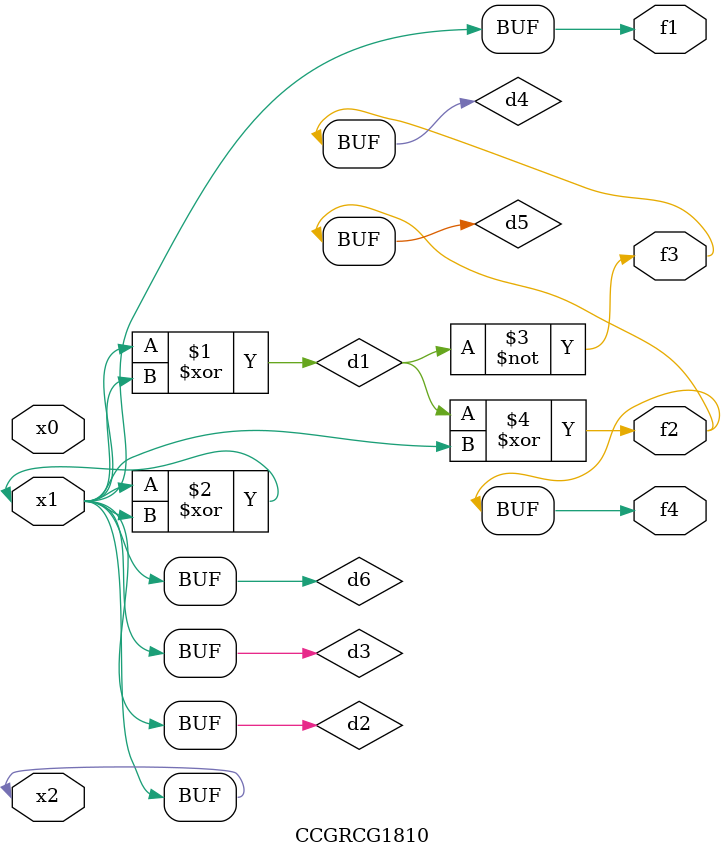
<source format=v>
module CCGRCG1810(
	input x0, x1, x2,
	output f1, f2, f3, f4
);

	wire d1, d2, d3, d4, d5, d6;

	xor (d1, x1, x2);
	buf (d2, x1, x2);
	xor (d3, x1, x2);
	nor (d4, d1);
	xor (d5, d1, d2);
	buf (d6, d2, d3);
	assign f1 = d6;
	assign f2 = d5;
	assign f3 = d4;
	assign f4 = d5;
endmodule

</source>
